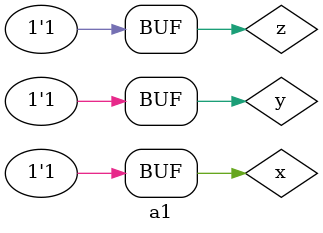
<source format=v>
module fxyz (output s1, output s2, input x, y, z);
assign s1 = (~x & ~y & z) | (~x & y & z) | (x & y & z); //x'.y'.z' + x'.y.z' + x.y.z'
assign s2 = z & (~x | y);
endmodule // fxyz

module a1;
reg x, y, z;
wire s1, s2;
// instancias
fxyz FXY (s1, s2, x, y, z);
// valores iniciais
initial begin: start
x=1'bx; y=1'bx; z=1'bx;// indefinidos
end
// parte principal
initial begin: main
// identificacao
$display("Test boolean expression");
// monitoramento
$display(" x  y  z =   nao_simpl  simpl");
$monitor("%2b %2b %2b =\t%2b \t %2b", x, y, z, s1, s2);
// sinalizacao
#1 x=0; y=0; z=0;
#1 x=0; y=0; z=1;
#1 x=0; y=1; z=0;
#1 x=0; y=1; z=1;
#1 x=1; y=0; z=0;
#1 x=1; y=0; z=1;
#1 x=1; y=1; z=0;
#1 x=1; y=1; z=1;
end
endmodule // test_module
</source>
